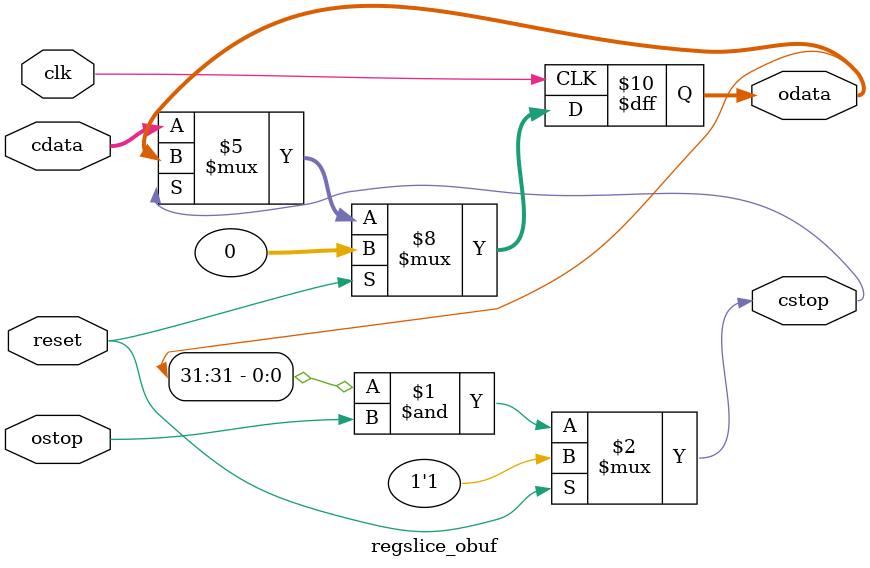
<source format=v>

`timescale 1ns/1ps

module regslice_both
#(parameter 
    DataWidth=32
)(
    input ap_clk ,
    input ap_rst,

    input [DataWidth-1:0] data_in , 
    input vld_in , 
    output ack_in ,
    output [DataWidth-1:0] data_out, 
    output vld_out,
    input ack_out,
    output apdone_blk
);
 

reg   [1:0] B_V_data_1_state;
wire   [DataWidth-1:0] B_V_data_1_data_in;
reg   [DataWidth-1:0] B_V_data_1_data_out;
wire    B_V_data_1_vld_reg;
wire    B_V_data_1_vld_in;
wire    B_V_data_1_vld_out;
reg   [DataWidth-1:0] B_V_data_1_payload_A;
reg   [DataWidth-1:0] B_V_data_1_payload_B;
reg    B_V_data_1_sel_rd;
reg    B_V_data_1_sel_wr;
wire    B_V_data_1_sel;
wire    B_V_data_1_load_A;
wire    B_V_data_1_load_B;
wire    B_V_data_1_state_cmp_full;
wire    B_V_data_1_ack_in;
wire    B_V_data_1_ack_out;

always @ (posedge ap_clk) begin
    if (ap_rst == 1'b1) begin
        B_V_data_1_sel_rd <= 1'b0;
    end else begin
        if (((1'b1 == B_V_data_1_vld_out) & (1'b1 == B_V_data_1_ack_out))) begin
            B_V_data_1_sel_rd <= ~B_V_data_1_sel_rd;
        end else begin
            B_V_data_1_sel_rd <= B_V_data_1_sel_rd;
        end
    end
end

always @ (posedge ap_clk) begin
    if (ap_rst == 1'b1) begin
        B_V_data_1_sel_wr <= 1'b0;
    end else begin
        if (((1'b1 == B_V_data_1_vld_in) & (1'b1 == B_V_data_1_ack_in))) begin
            B_V_data_1_sel_wr <= ~B_V_data_1_sel_wr;
        end else begin
            B_V_data_1_sel_wr <= B_V_data_1_sel_wr;
        end
    end
end

always @ (posedge ap_clk) begin
    if (ap_rst == 1'b1) begin
        B_V_data_1_state <= 2'd0;
    end else begin
        if ((((2'd3 == B_V_data_1_state) & (1'b0 == B_V_data_1_vld_in) & (1'b1 == B_V_data_1_ack_out)) | ((2'd2 == B_V_data_1_state) & (1'b0 == B_V_data_1_vld_in)))) begin
            B_V_data_1_state <= 2'd2;
        end else if ((((2'd1 == B_V_data_1_state) & (1'b0 == B_V_data_1_ack_out)) | ((2'd3 == B_V_data_1_state) & (1'b0 == B_V_data_1_ack_out) & (1'b1 == B_V_data_1_vld_in)))) begin
            B_V_data_1_state <= 2'd1;
        end else if ((((2'd1 == B_V_data_1_state) & (1'b1 == B_V_data_1_ack_out)) | (~((1'b0 == B_V_data_1_ack_out) & (1'b1 == B_V_data_1_vld_in)) & ~((1'b0 == B_V_data_1_vld_in) & (1'b1 == B_V_data_1_ack_out)) & (2'd3 == B_V_data_1_state)) | ((2'd2 == B_V_data_1_state) & (1'b1 == B_V_data_1_vld_in)))) begin
            B_V_data_1_state <= 2'd3;
        end else begin
            B_V_data_1_state <= 2'd2;
        end
    end
end

always @ (posedge ap_clk) begin
    if ((1'b1 == B_V_data_1_load_A)) begin
        B_V_data_1_payload_A <= B_V_data_1_data_in;
    end
end

always @ (posedge ap_clk) begin
    if ((1'b1 == B_V_data_1_load_B)) begin
        B_V_data_1_payload_B <= B_V_data_1_data_in;
    end
end

always @ (*) begin
    if ((1'b1 == B_V_data_1_sel)) begin
        B_V_data_1_data_out = B_V_data_1_payload_B;
    end else begin
        B_V_data_1_data_out = B_V_data_1_payload_A;
    end
end

assign B_V_data_1_ack_in = B_V_data_1_state[1'd1];
assign B_V_data_1_load_A = (~B_V_data_1_sel_wr & B_V_data_1_state_cmp_full);
assign B_V_data_1_load_B = (B_V_data_1_state_cmp_full & B_V_data_1_sel_wr);
assign B_V_data_1_sel = B_V_data_1_sel_rd;
assign B_V_data_1_state_cmp_full = ((B_V_data_1_state != 2'd1) ? 1'b1 : 1'b0);
assign B_V_data_1_vld_out = B_V_data_1_state[1'd0];

assign ack_in = B_V_data_1_ack_in;
assign B_V_data_1_data_in = data_in;
assign B_V_data_1_vld_in = vld_in;

assign vld_out = B_V_data_1_vld_out;
assign data_out = B_V_data_1_data_out;
assign B_V_data_1_ack_out = ack_out;

assign apdone_blk = ((B_V_data_1_state == 2'd3 && ack_out == 1'b0) | (B_V_data_1_state == 2'd1));

endmodule // both


module regslice_forward 
#(parameter 
    DataWidth=32
)(
    input ap_clk ,
    input ap_rst,

    input [DataWidth-1:0] data_in , 
    input vld_in , 
    output ack_in ,
    output [DataWidth-1:0] data_out, 
    output vld_out,
    input ack_out,
    output apdone_blk
);
 
localparam W = DataWidth+1;

wire [W-1:0] cdata;
wire cstop;
wire [W-1:0] idata;
wire istop;
wire [W-1:0] odata;
wire ostop;

regslice_obuf #(
  .W(W)
)
regslice_obuf_inst(
  .clk(ap_clk),
  .reset(ap_rst),
  .cdata(idata),
  .cstop(istop),
  .odata(odata),
  .ostop(ostop)
);

assign idata = {vld_in, data_in};
assign ack_in = ~istop;

assign vld_out = odata[W-1];
assign data_out = odata[W-2:0];
assign ostop = ~ack_out;

assign apdone_blk = ((ap_rst == 1'b0)&(1'b0 == ack_out)&(1'b1 == vld_out));

endmodule //forward


module regslice_reverse 
#(parameter 
    DataWidth=32
)(
    input ap_clk ,
    input ap_rst,

    input [DataWidth-1:0] data_in , 
    input vld_in , 
    output ack_in ,
    output [DataWidth-1:0] data_out, 
    output vld_out,
    input ack_out,
    output apdone_blk
);
 
localparam W = DataWidth+1;

wire [W-1:0] cdata;
wire cstop;
wire [W-1:0] idata;
wire istop;
wire [W-1:0] odata;
wire ostop;

regslice_ibuf #(
  .W(W)
)
regslice_ibuf_inst(
  .clk(ap_clk),
  .reset(ap_rst),
  .idata(idata),
  .istop(istop),
  .cdata(odata),
  .cstop(ostop)
);
 
assign idata = {vld_in, data_in};
assign ack_in = ~istop;

assign vld_out = odata[W-1];
assign data_out = odata[W-2:0];
assign ostop = ~ack_out;

assign apdone_blk = ((ap_rst == 1'b0)&(ack_in == 1'b0));

endmodule //reverse

module regslice_both_w1 
#(parameter 
    DataWidth=1
)(
    input ap_clk ,
    input ap_rst,

    input data_in , 
    input vld_in , 
    output ack_in ,
    output data_out, 
    output vld_out,
    input ack_out,
    output apdone_blk
);

reg     [1:0] B_V_data_1_state;
wire    B_V_data_1_data_in;
reg     B_V_data_1_data_out;
wire    B_V_data_1_vld_reg;
wire    B_V_data_1_vld_in;
wire    B_V_data_1_vld_out;
reg     B_V_data_1_payload_A;
reg     B_V_data_1_payload_B;
reg     B_V_data_1_sel_rd;
reg     B_V_data_1_sel_wr;
wire    B_V_data_1_sel;
wire    B_V_data_1_load_A;
wire    B_V_data_1_load_B;
wire    B_V_data_1_state_cmp_full;
wire    B_V_data_1_ack_in;
wire    B_V_data_1_ack_out;

always @ (posedge ap_clk) begin
    if (ap_rst == 1'b1) begin
        B_V_data_1_sel_rd <= 1'b0;
    end else begin
        if (((1'b1 == B_V_data_1_vld_out) & (1'b1 == B_V_data_1_ack_out))) begin
            B_V_data_1_sel_rd <= ~B_V_data_1_sel_rd;
        end else begin
            B_V_data_1_sel_rd <= B_V_data_1_sel_rd;
        end
    end
end

always @ (posedge ap_clk) begin
    if (ap_rst == 1'b1) begin
        B_V_data_1_sel_wr <= 1'b0;
    end else begin
        if (((1'b1 == B_V_data_1_vld_in) & (1'b1 == B_V_data_1_ack_in))) begin
            B_V_data_1_sel_wr <= ~B_V_data_1_sel_wr;
        end else begin
            B_V_data_1_sel_wr <= B_V_data_1_sel_wr;
        end
    end
end

always @ (posedge ap_clk) begin
    if (ap_rst == 1'b1) begin
        B_V_data_1_state <= 2'd0;
    end else begin
        if ((((2'd3 == B_V_data_1_state) & (1'b0 == B_V_data_1_vld_in) & (1'b1 == B_V_data_1_ack_out)) | ((2'd2 == B_V_data_1_state) & (1'b0 == B_V_data_1_vld_in)))) begin
            B_V_data_1_state <= 2'd2;
        end else if ((((2'd1 == B_V_data_1_state) & (1'b0 == B_V_data_1_ack_out)) | ((2'd3 == B_V_data_1_state) & (1'b0 == B_V_data_1_ack_out) & (1'b1 == B_V_data_1_vld_in)))) begin
            B_V_data_1_state <= 2'd1;
        end else if ((((2'd1 == B_V_data_1_state) & (1'b1 == B_V_data_1_ack_out)) | (~((1'b0 == B_V_data_1_ack_out) & (1'b1 == B_V_data_1_vld_in)) & ~((1'b0 == B_V_data_1_vld_in) & (1'b1 == B_V_data_1_ack_out)) & (2'd3 == B_V_data_1_state)) | ((2'd2 == B_V_data_1_state) & (1'b1 == B_V_data_1_vld_in)))) begin
            B_V_data_1_state <= 2'd3;
        end else begin
            B_V_data_1_state <= 2'd2;
        end
    end
end

always @ (posedge ap_clk) begin
    if ((1'b1 == B_V_data_1_load_A)) begin
        B_V_data_1_payload_A <= B_V_data_1_data_in;
    end
end

always @ (posedge ap_clk) begin
    if ((1'b1 == B_V_data_1_load_B)) begin
        B_V_data_1_payload_B <= B_V_data_1_data_in;
    end
end

always @ (*) begin
    if ((1'b1 == B_V_data_1_sel)) begin
        B_V_data_1_data_out = B_V_data_1_payload_B;
    end else begin
        B_V_data_1_data_out = B_V_data_1_payload_A;
    end
end

assign B_V_data_1_ack_in = B_V_data_1_state[1'd1];
assign B_V_data_1_load_A = (~B_V_data_1_sel_wr & B_V_data_1_state_cmp_full);
assign B_V_data_1_load_B = (B_V_data_1_state_cmp_full & B_V_data_1_sel_wr);
assign B_V_data_1_sel = B_V_data_1_sel_rd;
assign B_V_data_1_state_cmp_full = ((B_V_data_1_state != 2'd1) ? 1'b1 : 1'b0);
assign B_V_data_1_vld_out = B_V_data_1_state[1'd0];

assign ack_in = B_V_data_1_ack_in;
assign B_V_data_1_data_in = data_in;
assign B_V_data_1_vld_in = vld_in;

assign vld_out = B_V_data_1_vld_out;
assign data_out = B_V_data_1_data_out;
assign B_V_data_1_ack_out = ack_out;

assign apdone_blk = ((B_V_data_1_state == 2'd3 && ack_out == 1'b0) | (B_V_data_1_state == 2'd1));

endmodule // both


module regslice_forward_w1 
#(parameter 
    DataWidth=1
)(
    input ap_clk ,
    input ap_rst,

    input data_in , 
    input vld_in , 
    output ack_in ,
    output data_out, 
    output vld_out,
    input ack_out,
    output apdone_blk
);
 
localparam W = 2;

wire [W-1:0] cdata;
wire cstop;
wire [W-1:0] idata;
wire istop;
wire [W-1:0] odata;
wire ostop;

regslice_obuf #(
  .W(W)
)
regslice_obuf_inst(
  .clk(ap_clk),
  .reset(ap_rst),
  .cdata(idata),
  .cstop(istop),
  .odata(odata),
  .ostop(ostop)
);

assign idata = {vld_in, data_in};
assign ack_in = ~istop;

assign vld_out = odata[W-1];
assign data_out = odata[W-2:0];
assign ostop = ~ack_out;

assign apdone_blk = ((ap_rst == 1'b0)&(1'b0 == ack_out)&(1'b1 == vld_out));

endmodule //forward


module regslice_reverse_w1 
#(parameter 
    DataWidth=1
)(
    input ap_clk ,
    input ap_rst,

    input data_in , 
    input vld_in , 
    output ack_in ,
    output data_out, 
    output vld_out,
    input ack_out,
    output apdone_blk
);
 
localparam W = 2;

wire [W-1:0] cdata;
wire cstop;
wire [W-1:0] idata;
wire istop;
wire [W-1:0] odata;
wire ostop;

regslice_ibuf #(
  .W(W)
)
regslice_ibuf_inst(
  .clk(ap_clk),
  .reset(ap_rst),
  .idata(idata),
  .istop(istop),
  .cdata(odata),
  .cstop(ostop)
);
 
assign idata = {vld_in, data_in};
assign ack_in = ~istop;

assign vld_out = odata[W-1];
assign data_out = odata[W-2:0];
assign ostop = ~ack_out;

assign apdone_blk = ((ap_rst == 1'b0)&(ack_in == 1'b0));

endmodule //reverse


module regslice_ibuf 
#(
    parameter W=32
)(
    input clk ,
    input reset,
    input [W-1:0] idata, 
    output istop ,
    output [W-1:0] cdata, 
    input cstop 
);
 
reg [W-1:0] ireg = {1'b0, {{W-1}{1'b0}}}; // Empty
 
assign istop = reset ? 1'b1 : ireg[W-1]; // Stop if buffering
assign cdata = istop ? ireg : idata ; // Send buffered
 
always @(posedge clk)
    if(reset)
        ireg <= {1'b0, {{W-1}{1'b0}}}; // Empty 
    else begin
        if (!cstop && ireg [W-1]) // Will core consume?
            ireg <= {1'b0, {{W-1}{1'b0}}}; // Yes: empty buffer
        else if ( cstop && !ireg[W-1]) // Core stop, empty?
            ireg <= idata; // Yes: load buffer
    end
 
endmodule

// Forward mode
module regslice_obuf 
#(
    parameter W=32
)(
    input clk ,
    input reset,
    input [W-1:0] cdata ,
    output cstop ,
    output reg [W-1:0] odata,
    input ostop 
);

// Stop the core when buffer full and output not ready
assign cstop = reset? 1'b1 : (odata[W-1] & ostop);
 
always @(posedge clk)
    if(reset)
        odata <= {1'b0, {{W-1}{1'b0}}};
    else
        if (!cstop) begin// Can we accept more data?
            odata <= cdata; // Yes: load the buffer
        end

endmodule

    

</source>
